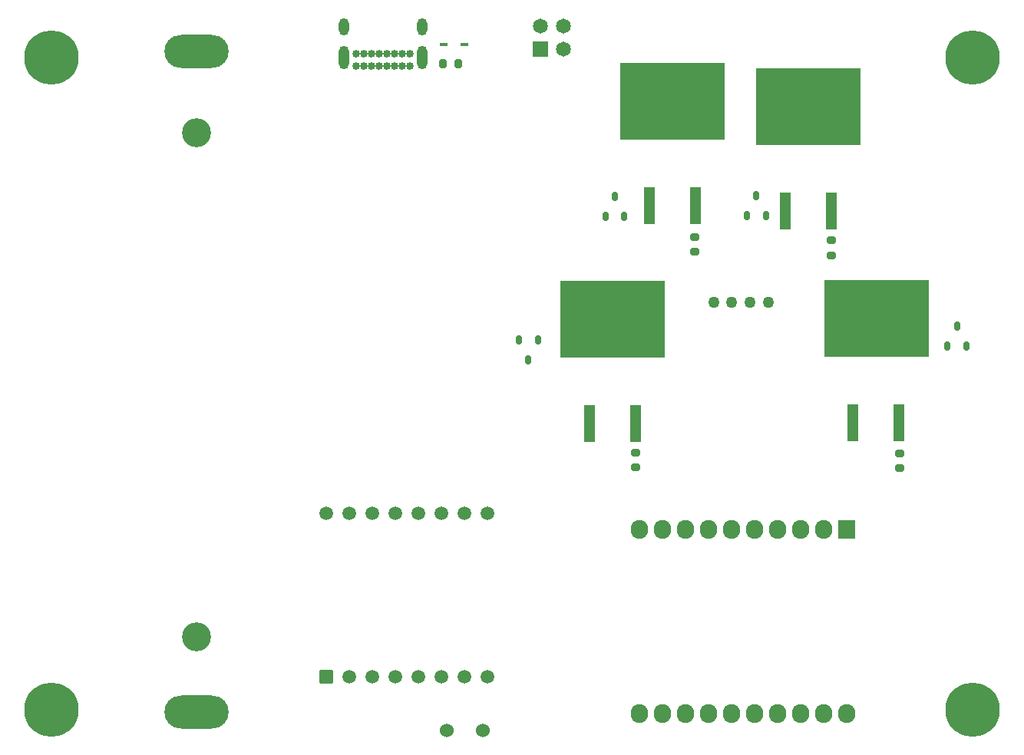
<source format=gbr>
%TF.GenerationSoftware,KiCad,Pcbnew,8.0.0*%
%TF.CreationDate,2025-02-07T12:08:42-03:30*%
%TF.ProjectId,H_Bridges,485f4272-6964-4676-9573-2e6b69636164,rev?*%
%TF.SameCoordinates,Original*%
%TF.FileFunction,Soldermask,Bot*%
%TF.FilePolarity,Negative*%
%FSLAX46Y46*%
G04 Gerber Fmt 4.6, Leading zero omitted, Abs format (unit mm)*
G04 Created by KiCad (PCBNEW 8.0.0) date 2025-02-07 12:08:42*
%MOMM*%
%LPD*%
G01*
G04 APERTURE LIST*
G04 Aperture macros list*
%AMRoundRect*
0 Rectangle with rounded corners*
0 $1 Rounding radius*
0 $2 $3 $4 $5 $6 $7 $8 $9 X,Y pos of 4 corners*
0 Add a 4 corners polygon primitive as box body*
4,1,4,$2,$3,$4,$5,$6,$7,$8,$9,$2,$3,0*
0 Add four circle primitives for the rounded corners*
1,1,$1+$1,$2,$3*
1,1,$1+$1,$4,$5*
1,1,$1+$1,$6,$7*
1,1,$1+$1,$8,$9*
0 Add four rect primitives between the rounded corners*
20,1,$1+$1,$2,$3,$4,$5,0*
20,1,$1+$1,$4,$5,$6,$7,0*
20,1,$1+$1,$6,$7,$8,$9,0*
20,1,$1+$1,$8,$9,$2,$3,0*%
G04 Aperture macros list end*
%ADD10C,3.400000*%
%ADD11C,6.000000*%
%ADD12C,3.200000*%
%ADD13O,7.084000X3.644000*%
%ADD14C,0.854000*%
%ADD15O,1.104000X1.904000*%
%ADD16O,1.104000X2.604000*%
%ADD17R,1.900000X2.100000*%
%ADD18O,1.900000X2.100000*%
%ADD19C,1.524000*%
%ADD20RoundRect,0.102000X0.654000X-0.654000X0.654000X0.654000X-0.654000X0.654000X-0.654000X-0.654000X0*%
%ADD21C,1.512000*%
%ADD22R,1.651000X1.651000*%
%ADD23C,1.651000*%
%ADD24RoundRect,0.150000X0.150000X-0.350000X0.150000X0.350000X-0.150000X0.350000X-0.150000X-0.350000X0*%
%ADD25RoundRect,0.200000X0.275000X-0.200000X0.275000X0.200000X-0.275000X0.200000X-0.275000X-0.200000X0*%
%ADD26RoundRect,0.200000X-0.200000X-0.275000X0.200000X-0.275000X0.200000X0.275000X-0.200000X0.275000X0*%
%ADD27C,1.270000*%
%ADD28R,0.812800X0.355600*%
%ADD29R,1.244600X4.064000*%
%ADD30R,11.531600X8.559800*%
%ADD31RoundRect,0.150000X-0.150000X0.350000X-0.150000X-0.350000X0.150000X-0.350000X0.150000X0.350000X0*%
%ADD32RoundRect,0.200000X-0.275000X0.200000X-0.275000X-0.200000X0.275000X-0.200000X0.275000X0.200000X0*%
G04 APERTURE END LIST*
D10*
%TO.C,H4*%
X187300000Y-124200000D03*
D11*
X187300000Y-124200000D03*
%TD*%
D10*
%TO.C,H1*%
X187300000Y-52250000D03*
D11*
X187300000Y-52250000D03*
%TD*%
D10*
%TO.C,H3*%
X85700000Y-124200000D03*
D11*
X85700000Y-124200000D03*
%TD*%
D12*
%TO.C,BT1*%
X101700000Y-116170000D03*
X101700000Y-60560000D03*
D13*
X101700000Y-124450000D03*
X101700000Y-51550000D03*
%TD*%
D10*
%TO.C,H2*%
X85700000Y-52250000D03*
D11*
X85700000Y-52250000D03*
%TD*%
D14*
%TO.C,J2*%
X125225000Y-53180000D03*
X124375000Y-53180000D03*
X123525000Y-53180000D03*
X122675000Y-53180000D03*
X121825000Y-53180000D03*
X120975000Y-53180000D03*
X120125000Y-53180000D03*
X119275000Y-53180000D03*
X119275000Y-51830000D03*
X120125000Y-51830000D03*
X120975000Y-51830000D03*
X121825000Y-51830000D03*
X122675000Y-51830000D03*
X123525000Y-51830000D03*
X124375000Y-51830000D03*
X125225000Y-51830000D03*
D15*
X126575000Y-48820000D03*
X117925000Y-48820000D03*
D16*
X126575000Y-52200000D03*
X117925000Y-52200000D03*
%TD*%
D17*
%TO.C,U1*%
X173390000Y-104300000D03*
D18*
X170850000Y-104300000D03*
X168310000Y-104300000D03*
X165770000Y-104300000D03*
X163230000Y-104300000D03*
X160690000Y-104300000D03*
X158150000Y-104300000D03*
X155610000Y-104300000D03*
X153070000Y-104300000D03*
X150530000Y-104300000D03*
X150530000Y-124620000D03*
X153070000Y-124620000D03*
X155610000Y-124620000D03*
X158150000Y-124620000D03*
X160690000Y-124620000D03*
X163230000Y-124620000D03*
X165770000Y-124620000D03*
X168310000Y-124620000D03*
X170850000Y-124620000D03*
X173390000Y-124620000D03*
%TD*%
D19*
%TO.C,LS1*%
X129250000Y-126450000D03*
X133250000Y-126450000D03*
%TD*%
D20*
%TO.C,U4*%
X116000000Y-120600000D03*
D21*
X118540000Y-120600000D03*
X121080000Y-120600000D03*
X123620000Y-120600000D03*
X126160000Y-120600000D03*
X128700000Y-120600000D03*
X131240000Y-120600000D03*
X133780000Y-120600000D03*
X133780000Y-102566000D03*
X131240000Y-102566000D03*
X128700000Y-102566000D03*
X126160000Y-102566000D03*
X123620000Y-102566000D03*
X121080000Y-102566000D03*
X118540000Y-102566000D03*
X116000000Y-102566000D03*
%TD*%
D22*
%TO.C,LED1*%
X139611000Y-51267200D03*
D23*
X142151000Y-51267200D03*
X139611000Y-48727200D03*
X142151000Y-48727200D03*
%TD*%
D24*
%TO.C,D9*%
X185550000Y-81900000D03*
X184520000Y-84100000D03*
X186580000Y-84100000D03*
%TD*%
D25*
%TO.C,R6*%
X150100000Y-95825000D03*
X150100000Y-97475000D03*
%TD*%
%TO.C,R5*%
X156650000Y-72025000D03*
X156650000Y-73675000D03*
%TD*%
D26*
%TO.C,R13*%
X128877600Y-52910000D03*
X130527600Y-52910000D03*
%TD*%
D27*
%TO.C,J1*%
X158735851Y-79223350D03*
X160735849Y-79223350D03*
X162735850Y-79223350D03*
X164735849Y-79223350D03*
%TD*%
D25*
%TO.C,R8*%
X179250000Y-97537700D03*
X179250000Y-95887700D03*
%TD*%
D28*
%TO.C,D13*%
X128982400Y-50760000D03*
X131217600Y-50760000D03*
%TD*%
D29*
%TO.C,Q6*%
X145010000Y-92626200D03*
D30*
X147600800Y-81107300D03*
D29*
X150090000Y-92626200D03*
%TD*%
D31*
%TO.C,D7*%
X138300000Y-85600000D03*
X139330000Y-83400000D03*
X137270000Y-83400000D03*
%TD*%
D29*
%TO.C,Q8*%
X179190000Y-92574000D03*
D30*
X176700800Y-81055100D03*
D29*
X174110000Y-92574000D03*
%TD*%
D24*
%TO.C,D8*%
X163440750Y-67510750D03*
X162410750Y-69710750D03*
X164470750Y-69710750D03*
%TD*%
D32*
%TO.C,R7*%
X171700000Y-74075000D03*
X171700000Y-72425000D03*
%TD*%
D29*
%TO.C,Q5*%
X156680750Y-68591950D03*
D30*
X154191550Y-57073050D03*
D29*
X151600750Y-68591950D03*
%TD*%
%TO.C,Q7*%
X171690000Y-69174000D03*
D30*
X169200800Y-57655100D03*
D29*
X166610000Y-69174000D03*
%TD*%
D24*
%TO.C,D6*%
X147840750Y-67540750D03*
X146810750Y-69740750D03*
X148870750Y-69740750D03*
%TD*%
M02*

</source>
